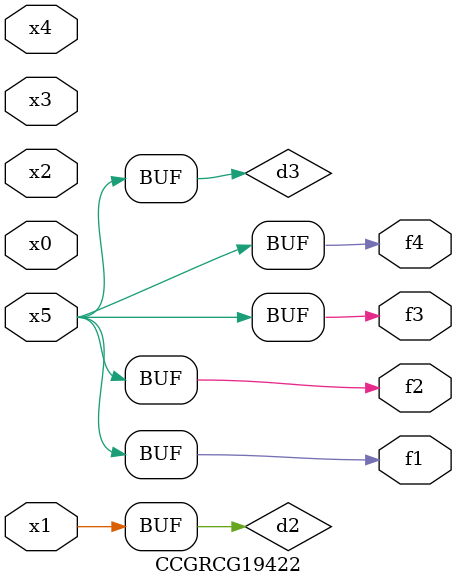
<source format=v>
module CCGRCG19422(
	input x0, x1, x2, x3, x4, x5,
	output f1, f2, f3, f4
);

	wire d1, d2, d3;

	not (d1, x5);
	or (d2, x1);
	xnor (d3, d1);
	assign f1 = d3;
	assign f2 = d3;
	assign f3 = d3;
	assign f4 = d3;
endmodule

</source>
